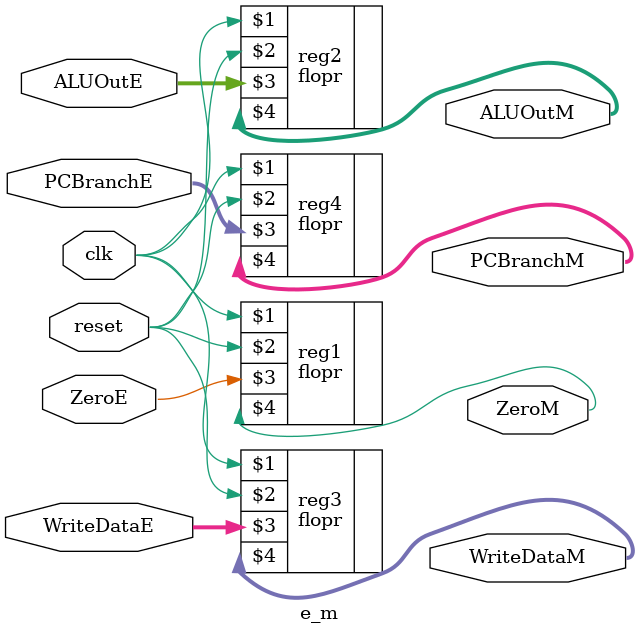
<source format=sv>
module e_m (
    input logic clk, reset, ZeroE,
    input logic [31:0] ALUOutE, WriteDataE, PCBranchE,
    output logic ZeroM,
    output logic [31:0] ALUOutM, WriteDataM, PCBranchM
);
 
 flopr #(1) reg1(clk, reset, ZeroE, ZeroM);
 flopr #(32) reg2(clk, reset, ALUOutE, ALUOutM);
 flopr #(32) reg3(clk, reset, WriteDataE, WriteDataM);
 flopr #(32) reg4(clk, reset, PCBranchE, PCBranchM);
 
endmodule
</source>
